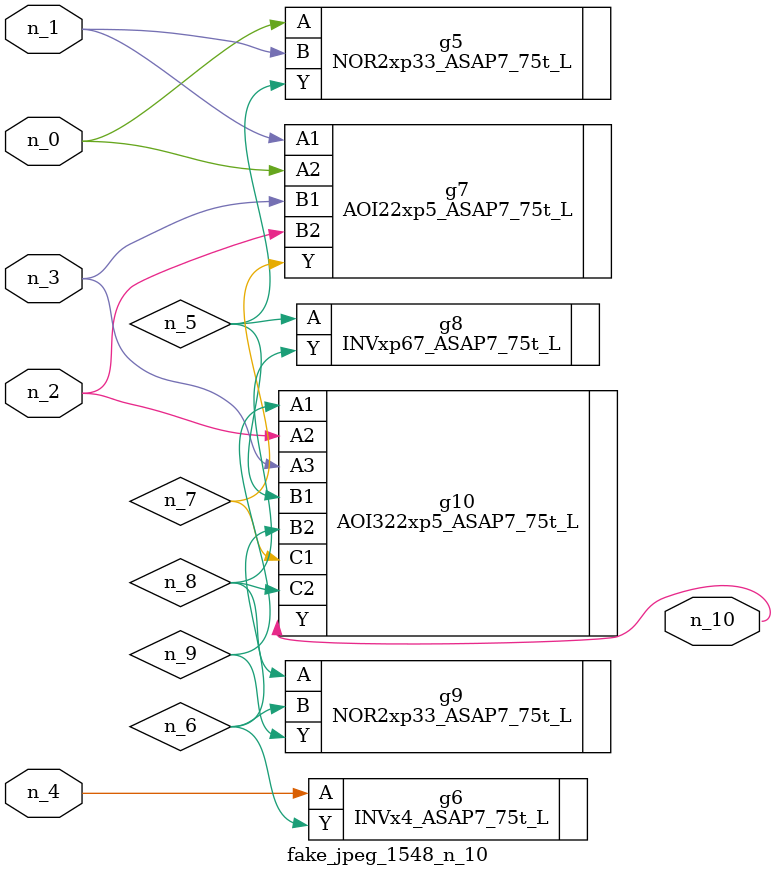
<source format=v>
module fake_jpeg_1548_n_10 (n_3, n_2, n_1, n_0, n_4, n_10);

input n_3;
input n_2;
input n_1;
input n_0;
input n_4;

output n_10;

wire n_8;
wire n_9;
wire n_6;
wire n_5;
wire n_7;

NOR2xp33_ASAP7_75t_L g5 ( 
.A(n_0),
.B(n_1),
.Y(n_5)
);

INVx4_ASAP7_75t_L g6 ( 
.A(n_4),
.Y(n_6)
);

AOI22xp5_ASAP7_75t_L g7 ( 
.A1(n_1),
.A2(n_0),
.B1(n_3),
.B2(n_2),
.Y(n_7)
);

INVxp67_ASAP7_75t_L g8 ( 
.A(n_5),
.Y(n_8)
);

NOR2xp33_ASAP7_75t_L g9 ( 
.A(n_8),
.B(n_6),
.Y(n_9)
);

AOI322xp5_ASAP7_75t_L g10 ( 
.A1(n_9),
.A2(n_2),
.A3(n_3),
.B1(n_5),
.B2(n_6),
.C1(n_7),
.C2(n_8),
.Y(n_10)
);


endmodule
</source>
